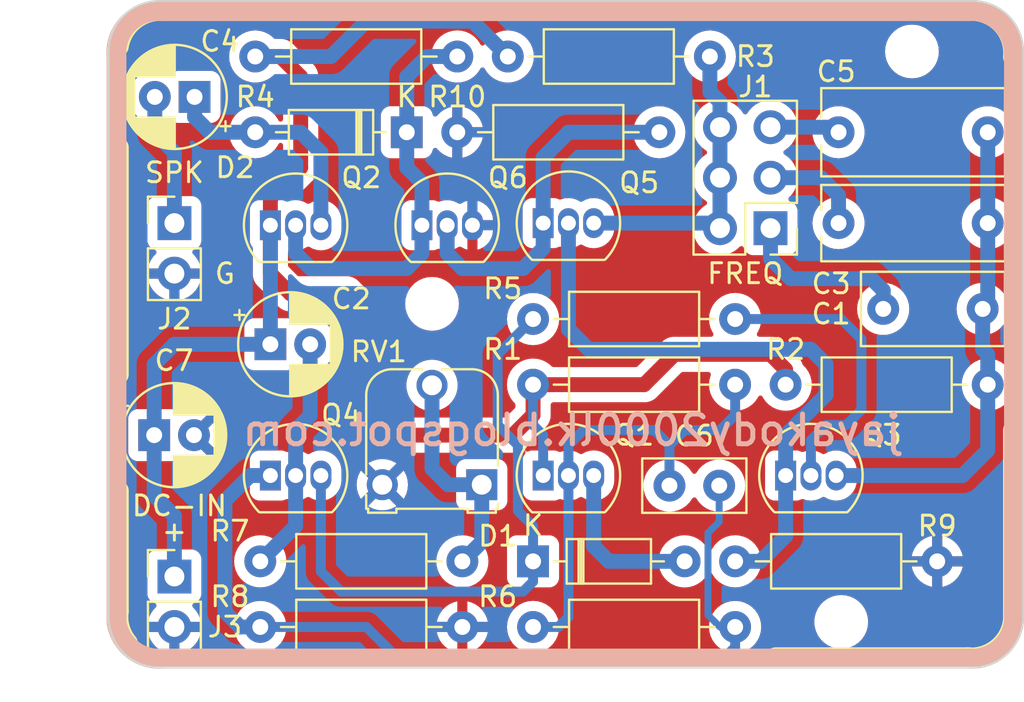
<source format=kicad_pcb>
(kicad_pcb (version 20240108) (generator "pcbnew") (generator_version "8.0")
  (title_block (title "Electronic Siren") (date "2025-03-18") (rev "1.0.0") (company "Dilshan R Jayakody") (comment 1 "https://github.com/dilshan/simple-electronic-siren"))
  (layers (0 "F.Cu" signal) (31 "B.Cu" signal) (34 "B.Paste" user) (35 "F.Paste" user) (36 "B.SilkS" user "B.Silkscreen") (37 "F.SilkS" user "F.Silkscreen") (38 "B.Mask" user) (39 "F.Mask" user) (44 "Edge.Cuts" user))
  (net 0 "")
  (net 1 "Net-(Q3-E)")
  (net 2 "Net-(J1-Pin_1)")
  (net 3 "+12V")
  (net 4 "Net-(Q4-B)")
  (net 5 "Net-(J1-Pin_3)")
  (net 6 "Net-(D2-A)")
  (net 7 "Net-(J2-Pin_1)")
  (net 8 "Net-(J1-Pin_5)")
  (net 9 "Net-(Q1-B)")
  (net 10 "Net-(Q4-C)")
  (net 11 "GND")
  (net 12 "Net-(D1-K)")
  (net 13 "Net-(D1-A)")
  (net 14 "Net-(D2-K)")
  (net 15 "Net-(J1-Pin_2)")
  (net 16 "Net-(Q3-C)")
  (net 17 "Net-(Q3-B)")
  (net 18 "Net-(Q5-C)")
  (net 19 "Net-(R7-Pad2)")
  (footprint "Capacitor_THT:CP_Radial_D5.0mm_P2.00mm" (layer "F.Cu") (at 106.426 96.774)
    (property "Reference" "C2" (at 4.064 -2.286 0) (layer "F.SilkS"))
    (property "Value" "2.2MFD")
    (pad "1" thru_hole rect (at 0 0) (size 1.6 1.6) (drill 0.8) (layers "*.Cu" "*.Mask") (net 3 "+12V"))
    (pad "2" thru_hole circle (at 2 0) (size 1.6 1.6) (drill 0.8) (layers "*.Cu" "*.Mask") (net 4 "Net-(Q4-B)"))
  )
  (footprint "Resistor_THT:R_Axial_DIN0207_L6.3mm_D2.5mm_P10.16mm_Horizontal" (layer "F.Cu") (at 105.664 82.296)
    (property "Reference" "R4" (at 0 2.032 0) (layer "F.SilkS"))
    (property "Value" "2.2K")
    (pad "1" thru_hole circle (at 0 0) (size 1.6 1.6) (drill 0.8) (layers "*.Cu" "*.Mask") (net 3 "+12V"))
    (pad "2" thru_hole oval (at 10.16 0) (size 1.6 1.6) (drill 0.8) (layers "*.Cu" "*.Mask") (net 14 "Net-(D2-K)"))
  )
  (footprint "MountingHole:MountingHole_2.2mm_M2" (layer "F.Cu") (at 138.684 82.042)
    (property "Reference" "H2" (hide yes))
    (property "Value" "M2")
    (pad "" np_thru_hole circle (at 0 0) (size 2.2 2.2) (drill 2.2) (layers "*.Cu" "*.Mask"))
  )
  (footprint "Connector_PinHeader_2.54mm:PinHeader_1x02_P2.54mm_Vertical" (layer "F.Cu") (at 101.6 90.678)
    (property "Reference" "J2" (at 0 4.826 0) (layer "F.SilkS"))
    (property "Value" "2.54mm 2-Pin Header")
    (pad "1" thru_hole rect (at 0 0) (size 1.7 1.7) (drill 1) (layers "*.Cu" "*.Mask") (net 7 "Net-(J2-Pin_1)"))
    (pad "2" thru_hole oval (at 0 2.54) (size 1.7 1.7) (drill 1) (layers "*.Cu" "*.Mask") (net 11 "GND"))
  )
  (footprint "Capacitor_THT:C_Rect_L7.0mm_W3.5mm_P5.00mm" (layer "F.Cu") (at 142.24 94.996 180)
    (property "Reference" "C1" (at 7.62 -0.254 0) (layer "F.SilkS"))
    (property "Value" "0.033MFD")
    (pad "1" thru_hole circle (at 0 0 180) (size 1.6 1.6) (drill 0.8) (layers "*.Cu" "*.Mask") (net 1 "Net-(Q3-E)"))
    (pad "2" thru_hole circle (at 5 0 180) (size 1.6 1.6) (drill 0.8) (layers "*.Cu" "*.Mask") (net 2 "Net-(J1-Pin_1)"))
  )
  (footprint "Package_TO_SOT_THT:TO-92_Inline" (layer "F.Cu") (at 132.334 103.378)
    (property "Reference" "Q3" (at 4.826 -2.032 0) (layer "F.SilkS"))
    (property "Value" "BC558")
    (pad "1" thru_hole rect (at 0 0) (size 1.05 1.5) (drill 0.75) (layers "*.Cu" "*.Mask") (net 16 "Net-(Q3-C)"))
    (pad "2" thru_hole oval (at 1.27 0) (size 1.05 1.5) (drill 0.75) (layers "*.Cu" "*.Mask") (net 17 "Net-(Q3-B)"))
    (pad "3" thru_hole oval (at 2.54 0) (size 1.05 1.5) (drill 0.75) (layers "*.Cu" "*.Mask") (net 1 "Net-(Q3-E)"))
  )
  (footprint "Package_TO_SOT_THT:TO-92_Inline" (layer "F.Cu") (at 114.046 90.784)
    (property "Reference" "Q6" (at 4.318 -2.392 0) (layer "F.SilkS"))
    (property "Value" "BC548")
    (pad "1" thru_hole rect (at 0 0) (size 1.05 1.5) (drill 0.75) (layers "*.Cu" "*.Mask") (net 14 "Net-(D2-K)"))
    (pad "2" thru_hole oval (at 1.27 0) (size 1.05 1.5) (drill 0.75) (layers "*.Cu" "*.Mask") (net 18 "Net-(Q5-C)"))
    (pad "3" thru_hole oval (at 2.54 0) (size 1.05 1.5) (drill 0.75) (layers "*.Cu" "*.Mask") (net 11 "GND"))
  )
  (footprint "Diode_THT:D_DO-35_SOD27_P7.62mm_Horizontal" (layer "F.Cu") (at 113.284 86.106 180)
    (property "Reference" "D2" (at 8.636 -1.778 0) (layer "F.SilkS"))
    (property "Value" "1N4148")
    (fp_text user "K" (at 0 1.778 0) (layer "F.SilkS"))
    (pad "1" thru_hole rect (at 0 0 180) (size 1.6 1.6) (drill 0.8) (layers "*.Cu" "*.Mask") (net 14 "Net-(D2-K)"))
    (pad "2" thru_hole oval (at 7.62 0 180) (size 1.6 1.6) (drill 0.8) (layers "*.Cu" "*.Mask") (net 6 "Net-(D2-A)"))
  )
  (footprint "Resistor_THT:R_Axial_DIN0207_L6.3mm_D2.5mm_P10.16mm_Horizontal" (layer "F.Cu") (at 119.634 98.806)
    (property "Reference" "R1" (at -1.524 -1.778 0) (layer "F.SilkS"))
    (property "Value" "33K")
    (pad "1" thru_hole circle (at 0 0) (size 1.6 1.6) (drill 0.8) (layers "*.Cu" "*.Mask") (net 3 "+12V"))
    (pad "2" thru_hole oval (at 10.16 0) (size 1.6 1.6) (drill 0.8) (layers "*.Cu" "*.Mask") (net 9 "Net-(Q1-B)"))
  )
  (footprint "Resistor_THT:R_Axial_DIN0207_L6.3mm_D2.5mm_P10.16mm_Horizontal" (layer "F.Cu") (at 105.918 110.998)
    (property "Reference" "R8" (at -1.524 -1.524 0) (layer "F.SilkS"))
    (property "Value" "6.8K")
    (pad "1" thru_hole circle (at 0 0) (size 1.6 1.6) (drill 0.8) (layers "*.Cu" "*.Mask") (net 10 "Net-(Q4-C)"))
    (pad "2" thru_hole oval (at 10.16 0) (size 1.6 1.6) (drill 0.8) (layers "*.Cu" "*.Mask") (net 11 "GND"))
  )
  (footprint "Resistor_THT:R_Axial_DIN0207_L6.3mm_D2.5mm_P10.16mm_Horizontal" (layer "F.Cu") (at 118.364 82.296)
    (property "Reference" "R3" (at 12.446 0 0) (layer "F.SilkS"))
    (property "Value" "22K")
    (pad "1" thru_hole circle (at 0 0) (size 1.6 1.6) (drill 0.8) (layers "*.Cu" "*.Mask") (net 3 "+12V"))
    (pad "2" thru_hole oval (at 10.16 0) (size 1.6 1.6) (drill 0.8) (layers "*.Cu" "*.Mask") (net 15 "Net-(J1-Pin_2)"))
  )
  (footprint "Package_TO_SOT_THT:TO-92_Inline" (layer "F.Cu") (at 120.142 103.378)
    (property "Reference" "Q1" (at 4.572 -2.032 0) (layer "F.SilkS"))
    (property "Value" "BC548")
    (pad "1" thru_hole rect (at 0 0) (size 1.05 1.5) (drill 0.75) (layers "*.Cu" "*.Mask") (net 3 "+12V"))
    (pad "2" thru_hole oval (at 1.27 0) (size 1.05 1.5) (drill 0.75) (layers "*.Cu" "*.Mask") (net 9 "Net-(Q1-B)"))
    (pad "3" thru_hole oval (at 2.54 0) (size 1.05 1.5) (drill 0.75) (layers "*.Cu" "*.Mask") (net 13 "Net-(D1-A)"))
  )
  (footprint "Resistor_THT:R_Axial_DIN0207_L6.3mm_D2.5mm_P10.16mm_Horizontal" (layer "F.Cu") (at 119.634 110.998)
    (property "Reference" "R6" (at -1.778 -1.524 0) (layer "F.SilkS"))
    (property "Value" "6.8K")
    (pad "1" thru_hole circle (at 0 0) (size 1.6 1.6) (drill 0.8) (layers "*.Cu" "*.Mask") (net 9 "Net-(Q1-B)"))
    (pad "2" thru_hole oval (at 10.16 0) (size 1.6 1.6) (drill 0.8) (layers "*.Cu" "*.Mask") (net 10 "Net-(Q4-C)"))
  )
  (footprint "Package_TO_SOT_THT:TO-92_Inline" (layer "F.Cu") (at 106.426 103.378)
    (property "Reference" "Q4" (at 3.556 -3.048 0) (layer "F.SilkS"))
    (property "Value" "BC558")
    (pad "1" thru_hole rect (at 0 0) (size 1.05 1.5) (drill 0.75) (layers "*.Cu" "*.Mask") (net 10 "Net-(Q4-C)"))
    (pad "2" thru_hole oval (at 1.27 0) (size 1.05 1.5) (drill 0.75) (layers "*.Cu" "*.Mask") (net 4 "Net-(Q4-B)"))
    (pad "3" thru_hole oval (at 2.54 0) (size 1.05 1.5) (drill 0.75) (layers "*.Cu" "*.Mask") (net 12 "Net-(D1-K)"))
  )
  (footprint "Resistor_THT:R_Axial_DIN0207_L6.3mm_D2.5mm_P10.16mm_Horizontal" (layer "F.Cu") (at 119.634 95.504)
    (property "Reference" "R5" (at -1.524 -1.524 0) (layer "F.SilkS"))
    (property "Value" "100K")
    (pad "1" thru_hole circle (at 0 0) (size 1.6 1.6) (drill 0.8) (layers "*.Cu" "*.Mask") (net 12 "Net-(D1-K)"))
    (pad "2" thru_hole oval (at 10.16 0) (size 1.6 1.6) (drill 0.8) (layers "*.Cu" "*.Mask") (net 17 "Net-(Q3-B)"))
  )
  (footprint "MountingHole:MountingHole_2.2mm_M2" (layer "F.Cu") (at 135.128 110.744)
    (property "Reference" "H3" (hide yes))
    (property "Value" "M2")
    (pad "" np_thru_hole circle (at 0 0) (size 2.2 2.2) (drill 2.2) (layers "*.Cu" "*.Mask"))
  )
  (footprint "Resistor_THT:R_Axial_DIN0207_L6.3mm_D2.5mm_P10.16mm_Horizontal" (layer "F.Cu") (at 129.794 107.696)
    (property "Reference" "R9" (at 10.16 -1.778 0) (layer "F.SilkS"))
    (property "Value" "10K")
    (pad "1" thru_hole circle (at 0 0) (size 1.6 1.6) (drill 0.8) (layers "*.Cu" "*.Mask") (net 16 "Net-(Q3-C)"))
    (pad "2" thru_hole oval (at 10.16 0) (size 1.6 1.6) (drill 0.8) (layers "*.Cu" "*.Mask") (net 11 "GND"))
  )
  (footprint "Connector_PinHeader_2.54mm:PinHeader_1x02_P2.54mm_Vertical" (layer "F.Cu") (at 101.6 108.458)
    (property "Reference" "J3" (at 2.54 2.54 0) (layer "F.SilkS"))
    (property "Value" "2.54mm 2-Pin Header")
    (pad "1" thru_hole rect (at 0 0) (size 1.7 1.7) (drill 1) (layers "*.Cu" "*.Mask") (net 3 "+12V"))
    (pad "2" thru_hole oval (at 0 2.54) (size 1.7 1.7) (drill 1) (layers "*.Cu" "*.Mask") (net 11 "GND"))
  )
  (footprint "Capacitor_THT:C_Rect_L9.0mm_W3.6mm_P7.50mm_MKT" (layer "F.Cu") (at 142.494 90.678 180)
    (property "Reference" "C3" (at 7.874 -3.048 0) (layer "F.SilkS"))
    (property "Value" "0.047MFD")
    (pad "1" thru_hole circle (at 0 0 180) (size 1.6 1.6) (drill 0.8) (layers "*.Cu" "*.Mask") (net 1 "Net-(Q3-E)"))
    (pad "2" thru_hole circle (at 7.5 0 180) (size 1.6 1.6) (drill 0.8) (layers "*.Cu" "*.Mask") (net 5 "Net-(J1-Pin_3)"))
  )
  (footprint "Resistor_THT:R_Axial_DIN0207_L6.3mm_D2.5mm_P10.16mm_Horizontal" (layer "F.Cu") (at 125.984 86.106 180)
    (property "Reference" "R10" (at 10.16 1.778 0) (layer "F.SilkS"))
    (property "Value" "10K")
    (pad "1" thru_hole circle (at 0 0 180) (size 1.6 1.6) (drill 0.8) (layers "*.Cu" "*.Mask") (net 18 "Net-(Q5-C)"))
    (pad "2" thru_hole oval (at 10.16 0 180) (size 1.6 1.6) (drill 0.8) (layers "*.Cu" "*.Mask") (net 11 "GND"))
  )
  (footprint "Package_TO_SOT_THT:TO-92_Inline" (layer "F.Cu") (at 120.142 90.678)
    (property "Reference" "Q5" (at 4.826 -2.032 0) (layer "F.SilkS"))
    (property "Value" "BC558")
    (pad "1" thru_hole rect (at 0 0) (size 1.05 1.5) (drill 0.75) (layers "*.Cu" "*.Mask") (net 18 "Net-(Q5-C)"))
    (pad "2" thru_hole oval (at 1.27 0) (size 1.05 1.5) (drill 0.75) (layers "*.Cu" "*.Mask") (net 16 "Net-(Q3-C)"))
    (pad "3" thru_hole oval (at 2.54 0) (size 1.05 1.5) (drill 0.75) (layers "*.Cu" "*.Mask") (net 15 "Net-(J1-Pin_2)"))
  )
  (footprint "Capacitor_THT:CP_Radial_D5.0mm_P2.00mm" (layer "F.Cu") (at 100.584 101.346)
    (property "Reference" "C7" (at 1 -3.75 0) (layer "F.SilkS"))
    (property "Value" "10MFD")
    (pad "1" thru_hole rect (at 0 0) (size 1.6 1.6) (drill 0.8) (layers "*.Cu" "*.Mask") (net 3 "+12V"))
    (pad "2" thru_hole circle (at 2 0) (size 1.6 1.6) (drill 0.8) (layers "*.Cu" "*.Mask") (net 11 "GND"))
  )
  (footprint "Capacitor_THT:C_Disc_D5.0mm_W2.5mm_P2.50mm" (layer "F.Cu") (at 126.492 103.886)
    (property "Reference" "C6" (at 1.25 -2.5 0) (layer "F.SilkS"))
    (property "Value" "0.01MFD")
    (pad "1" thru_hole circle (at 0 0) (size 1.6 1.6) (drill 0.8) (layers "*.Cu" "*.Mask") (net 9 "Net-(Q1-B)"))
    (pad "2" thru_hole circle (at 2.5 0) (size 1.6 1.6) (drill 0.8) (layers "*.Cu" "*.Mask") (net 10 "Net-(Q4-C)"))
  )
  (footprint "Resistor_THT:R_Axial_DIN0207_L6.3mm_D2.5mm_P10.16mm_Horizontal" (layer "F.Cu") (at 132.334 98.806)
    (property "Reference" "R2" (at 0 -1.778 0) (layer "F.SilkS"))
    (property "Value" "22K")
    (pad "1" thru_hole circle (at 0 0) (size 1.6 1.6) (drill 0.8) (layers "*.Cu" "*.Mask") (net 3 "+12V"))
    (pad "2" thru_hole oval (at 10.16 0) (size 1.6 1.6) (drill 0.8) (layers "*.Cu" "*.Mask") (net 1 "Net-(Q3-E)"))
  )
  (footprint "Capacitor_THT:CP_Radial_D5.0mm_P2.00mm" (layer "F.Cu") (at 102.616 84.328 180)
    (property "Reference" "C4" (at -1.27 2.794 0) (layer "F.SilkS"))
    (property "Value" "10MFD")
    (pad "1" thru_hole rect (at 0 0 180) (size 1.6 1.6) (drill 0.8) (layers "*.Cu" "*.Mask") (net 6 "Net-(D2-A)"))
    (pad "2" thru_hole circle (at 2 0 180) (size 1.6 1.6) (drill 0.8) (layers "*.Cu" "*.Mask") (net 7 "Net-(J2-Pin_1)"))
  )
  (footprint "MountingHole:MountingHole_2.2mm_M2" (layer "F.Cu") (at 114.554 94.742)
    (property "Reference" "H1" (hide yes))
    (property "Value" "M2")
    (pad "" np_thru_hole circle (at 0 0) (size 2.2 2.2) (drill 2.2) (layers "*.Cu" "*.Mask"))
  )
  (footprint "Package_TO_SOT_THT:TO-92_Inline" (layer "F.Cu") (at 106.426 90.784)
    (property "Reference" "Q2" (at 4.572 -2.392 0) (layer "F.SilkS"))
    (property "Value" "BC548")
    (pad "1" thru_hole rect (at 0 0) (size 1.05 1.5) (drill 0.75) (layers "*.Cu" "*.Mask") (net 3 "+12V"))
    (pad "2" thru_hole oval (at 1.27 0) (size 1.05 1.5) (drill 0.75) (layers "*.Cu" "*.Mask") (net 14 "Net-(D2-K)"))
    (pad "3" thru_hole oval (at 2.54 0) (size 1.05 1.5) (drill 0.75) (layers "*.Cu" "*.Mask") (net 6 "Net-(D2-A)"))
  )
  (footprint "Connector_PinHeader_2.54mm:PinHeader_2x03_P2.54mm_Vertical" (layer "F.Cu") (at 131.572 90.932 180)
    (property "Reference" "J1" (at 0.762 7.112 0) (layer "F.SilkS"))
    (property "Value" "2.54mm 2x3-Pin Header")
    (pad "1" thru_hole rect (at 0 0 180) (size 1.7 1.7) (drill 1) (layers "*.Cu" "*.Mask") (net 2 "Net-(J1-Pin_1)"))
    (pad "2" thru_hole oval (at 2.54 0 180) (size 1.7 1.7) (drill 1) (layers "*.Cu" "*.Mask") (net 15 "Net-(J1-Pin_2)"))
    (pad "3" thru_hole oval (at 0 2.54 180) (size 1.7 1.7) (drill 1) (layers "*.Cu" "*.Mask") (net 5 "Net-(J1-Pin_3)"))
    (pad "4" thru_hole oval (at 2.54 2.54 180) (size 1.7 1.7) (drill 1) (layers "*.Cu" "*.Mask") (net 15 "Net-(J1-Pin_2)"))
    (pad "5" thru_hole oval (at 0 5.08 180) (size 1.7 1.7) (drill 1) (layers "*.Cu" "*.Mask") (net 8 "Net-(J1-Pin_5)"))
    (pad "6" thru_hole oval (at 2.54 5.08 180) (size 1.7 1.7) (drill 1) (layers "*.Cu" "*.Mask") (net 15 "Net-(J1-Pin_2)"))
  )
  (footprint "Potentiometer_THT:Potentiometer_Runtron_RM-065_Vertical" (layer "F.Cu") (at 117.054 103.84 180)
    (property "Reference" "RV1" (at 5.179 6.69 0) (layer "F.SilkS"))
    (property "Value" "500K")
    (pad "1" thru_hole rect (at 0 0 180) (size 1.56 1.56) (drill 1) (layers "*.Cu" "*.Mask") (net 19 "Net-(R7-Pad2)"))
    (pad "2" thru_hole circle (at 2.5 5 180) (size 1.56 1.56) (drill 1) (layers "*.Cu" "*.Mask") (net 19 "Net-(R7-Pad2)"))
    (pad "3" thru_hole circle (at 5 0 180) (size 1.56 1.56) (drill 1) (layers "*.Cu" "*.Mask") (net 11 "GND"))
  )
  (footprint "Capacitor_THT:C_Rect_L9.0mm_W4.2mm_P7.50mm_MKT" (layer "F.Cu") (at 142.494 86.106 180)
    (property "Reference" "C5" (at 7.62 3.048 0) (layer "F.SilkS"))
    (property "Value" "0.1MFD")
    (pad "1" thru_hole circle (at 0 0 180) (size 1.6 1.6) (drill 0.8) (layers "*.Cu" "*.Mask") (net 1 "Net-(Q3-E)"))
    (pad "2" thru_hole circle (at 7.5 0 180) (size 1.6 1.6) (drill 0.8) (layers "*.Cu" "*.Mask") (net 8 "Net-(J1-Pin_5)"))
  )
  (footprint "Diode_THT:D_DO-35_SOD27_P7.62mm_Horizontal" (layer "F.Cu") (at 119.634 107.696)
    (property "Reference" "D1" (at -1.778 -1.27 0) (layer "F.SilkS"))
    (property "Value" "1N4148")
    (fp_text user "K" (at 0 -1.8 0) (layer "F.SilkS"))
    (pad "1" thru_hole rect (at 0 0) (size 1.6 1.6) (drill 0.8) (layers "*.Cu" "*.Mask") (net 12 "Net-(D1-K)"))
    (pad "2" thru_hole oval (at 7.62 0) (size 1.6 1.6) (drill 0.8) (layers "*.Cu" "*.Mask") (net 13 "Net-(D1-A)"))
  )
  (footprint "Resistor_THT:R_Axial_DIN0207_L6.3mm_D2.5mm_P10.16mm_Horizontal" (layer "F.Cu") (at 105.918 107.696)
    (property "Reference" "R7" (at -1.524 -1.524 0) (layer "F.SilkS"))
    (property "Value" "150K")
    (pad "1" thru_hole circle (at 0 0) (size 1.6 1.6) (drill 0.8) (layers "*.Cu" "*.Mask") (net 4 "Net-(Q4-B)"))
    (pad "2" thru_hole oval (at 10.16 0) (size 1.6 1.6) (drill 0.8) (layers "*.Cu" "*.Mask") (net 19 "Net-(R7-Pad2)"))
  )
  (gr_arc (start 98.689068 82.314051) (mid 99.290002 80.624186) (end 100.975068 80.01) (stroke (width 1)) (layer "B.SilkS"))
  (gr_line (start 98.689068 82.314051) (end 98.689068 110.762051) (stroke (width 1)) (layer "B.SilkS"))
  (gr_arc (start 101.044351 112.5862) (mid 99.503938 112.142524) (end 98.689068 110.762051) (stroke (width 1)) (layer "B.SilkS"))
  (gr_line (start 143.815232 82.042) (end 143.815232 110.49) (stroke (width 1)) (layer "B.SilkS"))
  (gr_line (start 141.656232 112.5862) (end 100.762232 112.5862) (stroke (width 1)) (layer "B.SilkS"))
  (gr_arc (start 141.459949 80.01) (mid 143.07313 80.521168) (end 143.815232 82.042) (stroke (width 1)) (layer "B.SilkS"))
  (gr_line (start 100.848068 80.01) (end 141.742068 80.01) (stroke (width 1)) (layer "B.SilkS"))
  (gr_arc (start 143.815232 110.282149) (mid 143.214298 111.972014) (end 141.529232 112.5862) (stroke (width 1)) (layer "B.SilkS"))
  (gr_arc (start 143.764 110.236) (mid 143.149777 111.921049) (end 141.459949 112.522) (stroke (width 1)) (layer "F.SilkS"))
  (gr_arc (start 98.806 81.788) (mid 99.605346 80.441975) (end 101.110051 80.01) (stroke (width 1)) (layer "F.SilkS"))
  (gr_line (start 131.826 112.522) (end 141.605 112.522) (stroke (width 1)) (layer "F.SilkS"))
  (gr_arc (start 141.478 80.01) (mid 143.163049 80.624223) (end 143.764 82.314051) (stroke (width 1)) (layer "F.SilkS"))
  (gr_arc (start 99.26 111.8) (mid 98.865711 111.055557) (end 98.806 110.217949) (stroke (width 1)) (layer "F.SilkS"))
  (gr_line (start 98.806 98.298) (end 98.806 86.868) (stroke (width 1)) (layer "F.SilkS"))
  (gr_line (start 143.764 110.49) (end 143.764 101.092) (stroke (width 1)) (layer "F.SilkS"))
  (gr_line (start 98.806 110.217949) (end 98.806 104.14) (stroke (width 1)) (layer "F.SilkS"))
  (gr_line (start 100.711 80.01) (end 141.605 80.01) (stroke (width 1)) (layer "F.SilkS"))
  (gr_arc (start 141.732 79.502) (mid 143.528051 80.245949) (end 144.272 82.042) (stroke (width 0.1)) (layer "Edge.Cuts"))
  (gr_line (start 98.298 110.49) (end 98.298 82.042) (stroke (width 0.1)) (layer "Edge.Cuts"))
  (gr_line (start 141.732 113.03) (end 100.838 113.03) (stroke (width 0.1)) (layer "Edge.Cuts"))
  (gr_arc (start 98.298 82.042) (mid 99.041949 80.245949) (end 100.838 79.502) (stroke (width 0.1)) (layer "Edge.Cuts"))
  (gr_arc (start 100.838 113.03) (mid 99.041949 112.286051) (end 98.298 110.49) (stroke (width 0.1)) (layer "Edge.Cuts"))
  (gr_line (start 144.272 82.042) (end 144.272 110.49) (stroke (width 0.1)) (layer "Edge.Cuts"))
  (gr_arc (start 144.272 110.49) (mid 143.528051 112.286051) (end 141.732 113.03) (stroke (width 0.1)) (layer "Edge.Cuts"))
  (gr_line (start 100.838 79.502) (end 141.732 79.502) (stroke (width 0.1)) (layer "Edge.Cuts"))
  (gr_text "jayakody2000lk.blogspot.com" (at 121.575 101.1 0) (layer "B.SilkS") (effects (font (size 1.5 1.5) (thickness 0.25)) (justify mirror)))
  (gr_text "DC-IN" (at 101.854 104.902 0) (layer "F.SilkS") (effects (font (size 1 1))))
  (gr_text "+" (at 101.6 106.172 0) (layer "F.SilkS") (effects (font (size 1 1))))
  (gr_text "SPK" (at 101.6 88.138 0) (layer "F.SilkS") (effects (font (size 1 1))))
  (gr_text "G" (at 104.14 93.218 0) (layer "F.SilkS") (effects (font (size 1 1))))
  (gr_text "FREQ" (at 130.302 93.218 0) (layer "F.SilkS") (effects (font (size 1 1))))
  (segment (start 142.24 97.028) (end 142.494 97.282) (width 0.75) (layer "B.Cu") (net 1))
  (segment (start 142.494 90.678) (end 142.494 94.742) (width 0.75) (layer "B.Cu") (net 1))
  (segment (start 142.494 94.742) (end 142.24 94.996) (width 0.75) (layer "B.Cu") (net 1))
  (segment (start 141.224 103.378) (end 142.494 102.108) (width 0.75) (layer "B.Cu") (net 1))
  (segment (start 134.874 103.378) (end 141.224 103.378) (width 0.75) (layer "B.Cu") (net 1))
  (segment (start 142.494 102.108) (end 142.494 98.806) (width 0.75) (layer "B.Cu") (net 1))
  (segment (start 142.494 86.106) (end 142.494 90.678) (width 0.75) (layer "B.Cu") (net 1))
  (segment (start 142.24 94.996) (end 142.24 97.028) (width 0.75) (layer "B.Cu") (net 1))
  (segment (start 142.494 98.806) (end 142.494 97.282) (width 0.75) (layer "B.Cu") (net 1))
  (segment (start 132.588 93.472) (end 136.652 93.472) (width 0.75) (layer "B.Cu") (net 2))
  (segment (start 131.572 90.932) (end 131.572 92.456) (width 0.75) (layer "B.Cu") (net 2))
  (segment (start 131.572 92.456) (end 132.588 93.472) (width 0.75) (layer "B.Cu") (net 2))
  (segment (start 136.652 93.472) (end 137.24 94.06) (width 0.75) (layer "B.Cu") (net 2))
  (segment (start 137.24 94.06) (end 137.24 94.996) (width 0.75) (layer "B.Cu") (net 2))
  (segment (start 111.506 100.076) (end 112.776 101.346) (width 0.75) (layer "F.Cu") (net 3))
  (segment (start 111.506 95.504) (end 111.506 100.076) (width 0.75) (layer "F.Cu") (net 3))
  (segment (start 106.426 90.784) (end 106.426 93.218) (width 0.75) (layer "F.Cu") (net 3))
  (segment (start 132.334 98.044) (end 132.334 98.806) (width 0.35) (layer "F.Cu") (net 3))
  (segment (start 107.442 94.234) (end 110.236 94.234) (width 0.75) (layer "F.Cu") (net 3))
  (segment (start 106.426 89.408) (end 106.426 90.784) (width 0.75) (layer "F.Cu") (net 3))
  (segment (start 131.572 97.282) (end 132.334 98.044) (width 0.75) (layer "F.Cu") (net 3))
  (segment (start 105.664 82.296) (end 106.934 82.296) (width 0.75) (layer "F.Cu") (net 3))
  (segment (start 110.236 94.234) (end 111.506 95.504) (width 0.75) (layer "F.Cu") (net 3))
  (segment (start 119.634 100.33) (end 119.634 98.806) (width 0.75) (layer "F.Cu") (net 3))
  (segment (start 132.334 99.06) (end 132.334 98.806) (width 0.75) (layer "F.Cu") (net 3))
  (segment (start 125.222 98.806) (end 126.746 97.282) (width 0.75) (layer "F.Cu") (net 3))
  (segment (start 112.776 101.346) (end 118.618 101.346) (width 0.75) (layer "F.Cu") (net 3))
  (segment (start 126.746 97.282) (end 131.572 97.282) (width 0.75) (layer "F.Cu") (net 3))
  (segment (start 118.618 101.346) (end 119.634 100.33) (width 0.75) (layer "F.Cu") (net 3))
  (segment (start 119.634 98.806) (end 125.222 98.806) (width 0.75) (layer "F.Cu") (net 3))
  (segment (start 106.934 82.296) (end 107.95 83.312) (width 0.75) (layer "F.Cu") (net 3))
  (segment (start 106.426 93.218) (end 107.442 94.234) (width 0.75) (layer "F.Cu") (net 3))
  (segment (start 107.95 83.312) (end 107.95 87.884) (width 0.75) (layer "F.Cu") (net 3))
  (segment (start 107.95 87.884) (end 106.426 89.408) (width 0.75) (layer "F.Cu") (net 3))
  (segment (start 106.426 96.774) (end 101.6 96.774) (width 0.75) (layer "B.Cu") (net 3))
  (segment (start 120.142 101.346) (end 120.142 103.378) (width 0.5) (layer "B.Cu") (net 3))
  (segment (start 100.584 97.79) (end 101.6 96.774) (width 0.75) (layer "B.Cu") (net 3))
  (segment (start 100.584 101.346) (end 100.584 97.79) (width 0.75) (layer "B.Cu") (net 3))
  (segment (start 105.664 82.296) (end 109.474 82.296) (width 0.75) (layer "B.Cu") (net 3))
  (segment (start 109.474 82.296) (end 111.252 80.518) (width 0.75) (layer "B.Cu") (net 3))
  (segment (start 119.634 98.806) (end 119.634 100.838) (width 0.5) (layer "B.Cu") (net 3))
  (segment (start 100.584 104.394) (end 101.6 105.41) (width 0.75) (layer "B.Cu") (net 3))
  (segment (start 102.108 96.774) (end 101.6 96.774) (width 0.35) (layer "B.Cu") (net 3))
  (segment (start 101.6 105.41) (end 101.6 108.458) (width 0.75) (layer "B.Cu") (net 3))
  (segment (start 102.108 96.774) (end 106.426 96.774) (width 0.75) (layer "B.Cu") (net 3))
  (segment (start 111.252 80.518) (end 116.586 80.518) (width 0.75) (layer "B.Cu") (net 3))
  (segment (start 116.586 80.518) (end 118.364 82.296) (width 0.75) (layer "B.Cu") (net 3))
  (segment (start 100.584 101.346) (end 100.584 104.394) (width 0.75) (layer "B.Cu") (net 3))
  (segment (start 106.426 96.774) (end 106.426 90.784) (width 0.75) (layer "B.Cu") (net 3))
  (segment (start 119.634 100.838) (end 120.142 101.346) (width 0.5) (layer "B.Cu") (net 3))
  (segment (start 107.696 101.092) (end 107.696 103.378) (width 0.75) (layer "B.Cu") (net 4))
  (segment (start 108.426 96.774) (end 108.426 100.362) (width 0.75) (layer "B.Cu") (net 4))
  (segment (start 108.426 100.362) (end 107.696 101.092) (width 0.75) (layer "B.Cu") (net 4))
  (segment (start 107.696 105.918) (end 105.918 107.696) (width 0.75) (layer "B.Cu") (net 4))
  (segment (start 107.696 103.378) (end 107.696 105.918) (width 0.75) (layer "B.Cu") (net 4))
  (segment (start 131.572 88.392) (end 134.112 88.392) (width 0.75) (layer "B.Cu") (net 5))
  (segment (start 134.994 89.274) (end 134.994 90.678) (width 0.75) (layer "B.Cu") (net 5))
  (segment (start 134.112 88.392) (end 134.994 89.274) (width 0.75) (layer "B.Cu") (net 5))
  (segment (start 105.664 86.106) (end 107.95 86.106) (width 0.75) (layer "B.Cu") (net 6))
  (segment (start 108.966 87.122) (end 108.966 90.784) (width 0.75) (layer "B.Cu") (net 6))
  (segment (start 103.378 86.106) (end 105.664 86.106) (width 0.75) (layer "B.Cu") (net 6))
  (segment (start 102.616 84.328) (end 102.616 85.344) (width 0.75) (layer "B.Cu") (net 6))
  (segment (start 107.95 86.106) (end 108.966 87.122) (width 0.75) (layer "B.Cu") (net 6))
  (segment (start 102.616 85.344) (end 103.378 86.106) (width 0.75) (layer "B.Cu") (net 6))
  (segment (start 100.616 84.328) (end 100.616 86.138) (width 0.75) (layer "B.Cu") (net 7))
  (segment (start 100.616 86.138) (end 101.6 87.122) (width 0.75) (layer "B.Cu") (net 7))
  (segment (start 101.6 87.122) (end 101.6 90.678) (width 0.75) (layer "B.Cu") (net 7))
  (segment (start 134.74 85.852) (end 134.994 86.106) (width 0.75) (layer "B.Cu") (net 8))
  (segment (start 131.572 85.852) (end 134.74 85.852) (width 0.75) (layer "B.Cu") (net 8))
  (segment (start 129.794 100.33) (end 129.032 101.092) (width 0.5) (layer "B.Cu") (net 9))
  (segment (start 122.174 101.092) (end 125.73 101.092) (width 0.5) (layer "B.Cu") (net 9))
  (segment (start 121.412 103.378) (end 121.412 109.982) (width 0.35) (layer "B.Cu") (net 9))
  (segment (start 120.904 110.998) (end 119.634 110.998) (width 0.5) (layer "B.Cu") (net 9))
  (segment (start 121.412 110.49) (end 120.904 110.998) (width 0.5) (layer "B.Cu") (net 9))
  (segment (start 121.412 103.378) (end 121.412 110.49) (width 0.5) (layer "B.Cu") (net 9))
  (segment (start 126.492 101.854) (end 126.492 103.886) (width 0.5) (layer "B.Cu") (net 9))
  (segment (start 129.032 101.092) (end 127.254 101.092) (width 0.5) (layer "B.Cu") (net 9))
  (segment (start 125.73 101.092) (end 126.492 101.854) (width 0.5) (layer "B.Cu") (net 9))
  (segment (start 127.254 101.092) (end 126.492 101.854) (width 0.5) (layer "B.Cu") (net 9))
  (segment (start 129.794 98.806) (end 129.794 100.33) (width 0.5) (layer "B.Cu") (net 9))
  (segment (start 121.412 103.378) (end 121.412 101.854) (width 0.5) (layer "B.Cu") (net 9))
  (segment (start 121.412 101.854) (end 122.174 101.092) (width 0.5) (layer "B.Cu") (net 9))
  (segment (start 104.14 104.648) (end 104.14 110.236) (width 0.75) (layer "B.Cu") (net 10))
  (segment (start 128.992 105.704) (end 128.992 103.886) (width 0.35) (layer "B.Cu") (net 10))
  (segment (start 129.032 110.998) (end 128.429 110.395) (width 0.35) (layer "B.Cu") (net 10))
  (segment (start 105.918 110.998) (end 111.252 110.998) (width 0.5) (layer "B.Cu") (net 10))
  (segment (start 112.776 112.522) (end 129.286 112.522) (width 0.5) (layer "B.Cu") (net 10))
  (segment (start 129.794 112.014) (end 129.794 110.998) (width 0.5) (layer "B.Cu") (net 10))
  (segment (start 129.286 112.522) (end 129.794 112.014) (width 0.5) (layer "B.Cu") (net 10))
  (segment (start 111.252 110.998) (end 112.776 112.522) (width 0.5) (layer "B.Cu") (net 10))
  (segment (start 128.429 110.395) (end 128.429 106.267) (width 0.35) (layer "B.Cu") (net 10))
  (segment (start 129.794 110.998) (end 129.032 110.998) (width 0.35) (layer "B.Cu") (net 10))
  (segment (start 105.918 110.998) (end 104.902 110.998) (width 0.75) (layer "B.Cu") (net 10))
  (segment (start 128.429 106.267) (end 128.992 105.704) (width 0.35) (layer "B.Cu") (net 10))
  (segment (start 105.41 103.378) (end 104.14 104.648) (width 0.75) (layer "B.Cu") (net 10))
  (segment (start 104.14 110.236) (end 104.902 110.998) (width 0.75) (layer "B.Cu") (net 10))
  (segment (start 106.426 103.378) (end 105.41 103.378) (width 0.75) (layer "B.Cu") (net 10))
  (segment (start 119.126 109.22) (end 119.634 108.712) (width 0.5) (layer "B.Cu") (net 12))
  (segment (start 119.634 95.504) (end 117.856 97.282) (width 0.5) (layer "B.Cu") (net 12))
  (segment (start 108.966 108.204) (end 109.982 109.22) (width 0.5) (layer "B.Cu") (net 12))
  (segment (start 119.634 107.696) (end 119.634 105.918) (width 0.5) (layer "B.Cu") (net 12))
  (segment (start 108.966 103.378) (end 108.966 108.204) (width 0.5) (layer "B.Cu") (net 12))
  (segment (start 119.634 105.918) (end 118.872 105.156) (width 0.5) (layer "B.Cu") (net 12))
  (segment (start 117.856 97.282) (end 117.856 100.838) (width 0.5) (layer "B.Cu") (net 12))
  (segment (start 119.634 106.172) (end 119.634 107.696) (width 0.35) (layer "B.Cu") (net 12))
  (segment (start 109.982 109.22) (end 119.126 109.22) (width 0.5) (layer "B.Cu") (net 12))
  (segment (start 118.872 101.854) (end 117.856 100.838) (width 0.5) (layer "B.Cu") (net 12))
  (segment (start 119.634 108.712) (end 119.634 107.696) (width 0.5) (layer "B.Cu") (net 12))
  (segment (start 118.872 105.156) (end 118.872 101.854) (width 0.5) (layer "B.Cu") (net 12))
  (segment (start 122.682 103.378) (end 122.682 106.934) (width 0.75) (layer "B.Cu") (net 13))
  (segment (start 122.682 106.934) (end 123.444 107.696) (width 0.75) (layer "B.Cu") (net 13))
  (segment (start 123.444 107.696) (end 127.254 107.696) (width 0.75) (layer "B.Cu") (net 13))
  (segment (start 107.696 90.784) (end 107.696 92.202) (width 0.75) (layer "B.Cu") (net 14))
  (segment (start 113.284 86.106) (end 113.284 87.884) (width 0.75) (layer "B.Cu") (net 14))
  (segment (start 114.3 82.296) (end 115.824 82.296) (width 0.75) (layer "B.Cu") (net 14))
  (segment (start 108.458 92.964) (end 113.284 92.964) (width 0.75) (layer "B.Cu") (net 14))
  (segment (start 113.284 87.884) (end 114.046 88.646) (width 0.75) (layer "B.Cu") (net 14))
  (segment (start 113.284 86.106) (end 113.284 83.312) (width 0.75) (layer "B.Cu") (net 14))
  (segment (start 107.696 92.202) (end 108.458 92.964) (width 0.75) (layer "B.Cu") (net 14))
  (segment (start 113.284 83.312) (end 114.3 82.296) (width 0.75) (layer "B.Cu") (net 14))
  (segment (start 113.284 92.964) (end 114.046 92.202) (width 0.75) (layer "B.Cu") (net 14))
  (segment (start 114.046 90.784) (end 114.046 92.202) (width 0.75) (layer "B.Cu") (net 14))
  (segment (start 114.046 88.646) (end 114.046 90.784) (width 0.75) (layer "B.Cu") (net 14))
  (segment (start 129.032 88.392) (end 129.032 90.932) (width 0.35) (layer "B.Cu") (net 15))
  (segment (start 129.032 84.582) (end 129.032 85.852) (width 0.75) (layer "B.Cu") (net 15))
  (segment (start 128.778 90.678) (end 129.032 90.932) (width 0.75) (layer "B.Cu") (net 15))
  (segment (start 129.032 85.852) (end 129.032 88.392) (width 0.35) (layer "B.Cu") (net 15))
  (segment (start 128.524 84.074) (end 129.032 84.582) (width 0.75) (layer "B.Cu") (net 15))
  (segment (start 128.524 82.296) (end 128.524 84.074) (width 0.75) (layer "B.Cu") (net 15))
  (segment (start 129.032 85.852) (end 129.032 90.932) (width 0.75) (layer "B.Cu") (net 15))
  (segment (start 122.682 90.678) (end 128.778 90.678) (width 0.75) (layer "B.Cu") (net 15))
  (segment (start 134.366 99.314) (end 134.366 97.79) (width 0.75) (layer "B.Cu") (net 16))
  (segment (start 131.064 107.696) (end 129.794 107.696) (width 0.75) (layer "B.Cu") (net 16))
  (segment (start 132.334 101.346) (end 134.366 99.314) (width 0.75) (layer "B.Cu") (net 16))
  (segment (start 132.334 103.378) (end 132.334 106.426) (width 0.75) (layer "B.Cu") (net 16))
  (segment (start 121.412 96.012) (end 121.412 90.678) (width 0.75) (layer "B.Cu") (net 16))
  (segment (start 122.428 97.028) (end 121.412 96.012) (width 0.75) (layer "B.Cu") (net 16))
  (segment (start 134.366 97.79) (end 133.604 97.028) (width 0.75) (layer "B.Cu") (net 16))
  (segment (start 133.604 97.028) (end 122.428 97.028) (width 0.75) (layer "B.Cu") (net 16))
  (segment (start 132.334 106.426) (end 131.064 107.696) (width 0.75) (layer "B.Cu") (net 16))
  (segment (start 132.334 103.378) (end 132.334 101.346) (width 0.75) (layer "B.Cu") (net 16))
  (segment (start 136.144 96.52) (end 136.144 100.076) (width 0.5) (layer "B.Cu") (net 17))
  (segment (start 133.604 101.6) (end 133.604 103.378) (width 0.5) (layer "B.Cu") (net 17))
  (segment (start 134.366 100.838) (end 133.604 101.6) (width 0.5) (layer "B.Cu") (net 17))
  (segment (start 136.144 100.076) (end 135.382 100.838) (width 0.5) (layer "B.Cu") (net 17))
  (segment (start 135.382 100.838) (end 134.366 100.838) (width 0.5) (layer "B.Cu") (net 17))
  (segment (start 135.128 95.504) (end 136.144 96.52) (width 0.5) (layer "B.Cu") (net 17))
  (segment (start 129.794 95.504) (end 135.128 95.504) (width 0.5) (layer "B.Cu") (net 17))
  (segment (start 121.412 86.106) (end 125.984 86.106) (width 0.75) (layer "B.Cu") (net 18))
  (segment (start 120.142 87.376) (end 121.412 86.106) (width 0.75) (layer "B.Cu") (net 18))
  (segment (start 120.142 91.948) (end 120.142 90.678) (width 0.75) (layer "B.Cu") (net 18))
  (segment (start 115.316 90.784) (end 115.316 92.202) (width 0.75) (layer "B.Cu") (net 18))
  (segment (start 115.316 92.202) (end 116.078 92.964) (width 0.75) (layer "B.Cu") (net 18))
  (segment (start 120.142 90.678) (end 120.142 87.376) (width 0.75) (layer "B.Cu") (net 18))
  (segment (start 116.078 92.964) (end 119.126 92.964) (width 0.75) (layer "B.Cu") (net 18))
  (segment (start 119.126 92.964) (end 120.142 91.948) (width 0.75) (layer "B.Cu") (net 18))
  (segment (start 117.054 103.84) (end 117.054 106.72) (width 0.75) (layer "B.Cu") (net 19))
  (segment (start 115.362 103.84) (end 117.054 103.84) (width 0.75) (layer "B.Cu") (net 19))
  (segment (start 114.554 103.032) (end 115.362 103.84) (width 0.75) (layer "B.Cu") (net 19))
  (segment (start 117.054 106.72) (end 116.078 107.696) (width 0.75) (layer "B.Cu") (net 19))
  (segment (start 114.554 98.84) (end 114.554 103.032) (width 0.75) (layer "B.Cu") (net 19))
  (zone (net 11) (net_name "GND") (layer "F.Cu") (connect_pads (clearance 0.508)) (min_thickness 0.254) (fill yes (thermal_gap 0.508) (thermal_bridge_width 0.508))
    (polygon (pts (xy 144.272 113.03) (xy 98.298 113.03) (xy 98.298 79.502) (xy 144.272 79.502)))
  )
  (zone (net 11) (net_name "GND") (layer "B.Cu") (connect_pads (clearance 0.508)) (min_thickness 0.254) (fill yes (thermal_gap 0.508) (thermal_bridge_width 0.508))
    (polygon (pts (xy 144.272 113.03) (xy 98.298 113.03) (xy 98.298 79.502) (xy 144.272 79.502)))
  )
)
</source>
